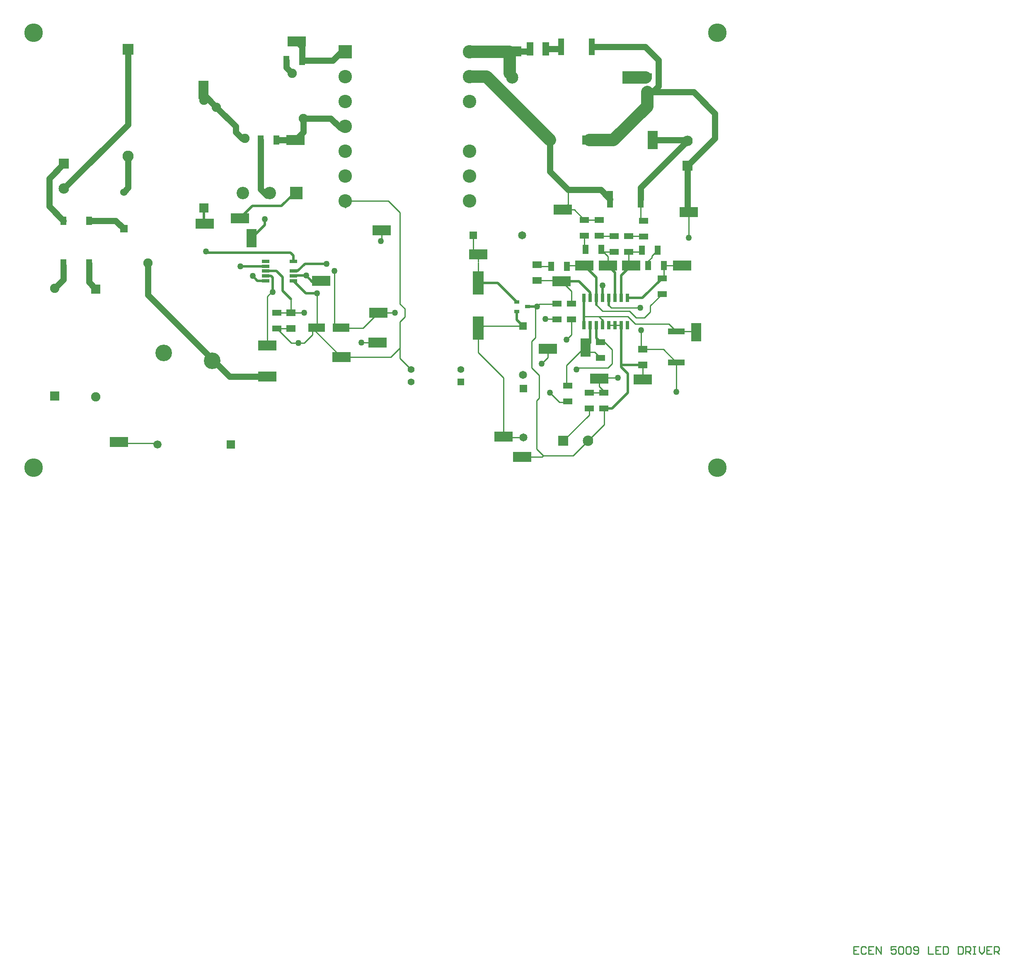
<source format=gtl>
G04*
G04 #@! TF.GenerationSoftware,Altium Limited,Altium Designer,18.1.7 (191)*
G04*
G04 Layer_Physical_Order=1*
G04 Layer_Color=204*
%FSLAX25Y25*%
%MOIN*%
G70*
G01*
G75*
%ADD11C,0.01000*%
%ADD22C,0.02000*%
%ADD24R,0.14961X0.07992*%
%ADD25R,0.05315X0.11024*%
%ADD26R,0.05118X0.13780*%
%ADD27R,0.07284X0.04921*%
%ADD28R,0.07992X0.14961*%
%ADD29R,0.04921X0.07284*%
%ADD30R,0.07480X0.05315*%
%ADD31R,0.03937X0.02559*%
%ADD32R,0.02559X0.06890*%
%ADD33R,0.13780X0.05118*%
%ADD34R,0.09055X0.19095*%
%ADD35R,0.13583X0.07087*%
%ADD36R,0.06496X0.02559*%
%ADD37R,0.05118X0.06693*%
%ADD62C,0.08400*%
%ADD63R,0.08400X0.08400*%
%ADD79C,0.05000*%
%ADD80C,0.10000*%
%ADD81C,0.06000*%
%ADD82R,0.06000X0.06000*%
%ADD83C,0.10827*%
%ADD84R,0.10827X0.10827*%
%ADD85C,0.13386*%
%ADD86C,0.05512*%
%ADD87R,0.05512X0.05512*%
%ADD88C,0.09843*%
%ADD89R,0.09843X0.09843*%
%ADD90C,0.07600*%
%ADD91R,0.07600X0.07600*%
%ADD92R,0.08400X0.08400*%
%ADD93C,0.06600*%
%ADD94R,0.06600X0.06600*%
%ADD95R,0.07500X0.07500*%
%ADD96C,0.07500*%
%ADD97C,0.09000*%
%ADD98R,0.09000X0.09000*%
%ADD99R,0.06496X0.06496*%
%ADD100C,0.06496*%
%ADD101R,0.06496X0.06496*%
%ADD102C,0.10039*%
%ADD103R,0.10039X0.10039*%
%ADD104C,0.14950*%
%ADD105C,0.05000*%
D11*
X550500Y288500D02*
X551000Y288000D01*
X552000Y210000D02*
X552000Y210000D01*
X552000Y210000D02*
Y230500D01*
X551000Y231500D02*
X552000Y230500D01*
X551000Y245500D02*
X551000Y245500D01*
X319500Y112925D02*
X328500Y103925D01*
X319500Y112925D02*
Y121327D01*
X517299Y339000D02*
X518299Y340000D01*
X428461Y152961D02*
X430000Y154500D01*
X431986Y156485D01*
X446426D01*
X415000Y33500D02*
X434000D01*
X422331Y154500D02*
X422831Y155000D01*
X471858Y117839D02*
Y121500D01*
X468901Y120638D02*
X469764Y121500D01*
X472179Y124778D02*
X472500Y125099D01*
X482500Y151000D02*
X504186D01*
X477500Y156000D02*
X482500Y151000D01*
X487500Y155500D02*
X489500Y153500D01*
X513000D01*
X504186Y151000D02*
X509686Y145500D01*
X268859Y137094D02*
X289953D01*
X217116Y166095D02*
X218359Y167337D01*
X162000Y221761D02*
X162505Y221256D01*
X271500Y238500D02*
X275902Y234098D01*
X249173Y137094D02*
X252858Y140779D01*
X249173Y137094D02*
X272268Y114000D01*
X319500Y156727D02*
Y230197D01*
Y156727D02*
X323413Y152814D01*
Y146186D02*
Y152814D01*
X319500Y142273D02*
X323413Y146186D01*
X319500Y121327D02*
Y142273D01*
X310197Y239500D02*
X319500Y230197D01*
X312173Y114000D02*
X319500Y121327D01*
X249304Y174295D02*
X256209D01*
X234827Y246000D02*
X236355D01*
X219216Y235480D02*
X219236Y235500D01*
X272500Y114000D02*
X312173D01*
X272268D02*
X272500D01*
X289953Y137094D02*
X302359Y149500D01*
X288500Y125500D02*
X294874D01*
X275500Y239500D02*
X310197D01*
X161500Y325500D02*
Y329000D01*
X378618Y200382D02*
X382500Y196500D01*
X378618Y200382D02*
Y211956D01*
X382500Y190594D02*
Y196500D01*
X232079Y149500D02*
X242500D01*
X232000Y149579D02*
X232079Y149500D01*
X249173Y131800D02*
Y137094D01*
X242728Y125354D02*
X249173Y131800D01*
X238071Y125354D02*
X242728D01*
X232126D02*
X238071D01*
X220500Y136980D02*
X232126Y125354D01*
X220500Y149579D02*
X232000D01*
X232000Y149579D02*
X232000Y149579D01*
X232000Y149579D02*
Y160500D01*
X220500Y136980D02*
X232000D01*
X162504Y198854D02*
X163701D01*
X302359Y149500D02*
X315413D01*
X95217Y44500D02*
X124445D01*
X266922Y139032D02*
Y183095D01*
X402776Y50000D02*
X403461Y49315D01*
X419000D01*
X383315Y135500D02*
X386815Y139000D01*
X402776Y50000D02*
Y97324D01*
X382500Y117600D02*
X402776Y97324D01*
X382500Y117600D02*
Y137390D01*
X436461Y144461D02*
X447000D01*
X304359Y207095D02*
X304858Y207594D01*
Y215956D01*
X450500Y232500D02*
X459799D01*
X468000Y224299D01*
X450500Y232500D02*
X455000Y237000D01*
Y248500D01*
X518500Y327201D02*
X523004D01*
X405650Y340000D02*
X408000Y342350D01*
X406250Y358250D02*
X407500Y359500D01*
X252858Y140779D02*
Y165421D01*
X453817Y77518D02*
X454500Y78201D01*
X448000Y77518D02*
X453817D01*
X440317Y85201D02*
X448000Y77518D01*
X434000Y33500D02*
X435000Y34500D01*
X453500Y107314D02*
X465843Y119657D01*
X467920D01*
X468901Y120638D01*
X453500Y91799D02*
X454500Y90799D01*
X468901Y120638D02*
Y121500D01*
X469764D02*
X471858D01*
X468901D02*
Y122142D01*
X453500Y91799D02*
Y107314D01*
X462740Y105240D02*
X486920D01*
X490142Y108462D01*
X461500Y104000D02*
X462740Y105240D01*
X453500Y128000D02*
X457500Y132000D01*
Y144201D01*
X449500Y175000D02*
X457500Y167000D01*
Y156799D02*
Y167000D01*
X509000Y140500D02*
X536044D01*
X503000Y146500D02*
X509000Y140500D01*
X479500Y146500D02*
X503000D01*
X513500Y121795D02*
Y135500D01*
X516314Y145500D02*
X521000Y150186D01*
X509686Y145500D02*
X516314D01*
X480526Y97219D02*
X494781D01*
X438500Y113500D02*
Y120500D01*
X433500Y108500D02*
X438500Y113500D01*
X425500Y126755D02*
X428461Y129715D01*
X425500Y105186D02*
Y126755D01*
Y105186D02*
X431433Y99253D01*
Y80974D02*
Y99253D01*
X429500Y79041D02*
X431433Y80974D01*
X429500Y40000D02*
Y79041D01*
X428461Y129715D02*
Y152961D01*
X382500Y173610D02*
Y190000D01*
X386815Y139000D02*
X418500D01*
X446426Y156485D02*
X447000Y157059D01*
X413500Y35000D02*
X415000Y33500D01*
X429500Y40000D02*
X435000Y34500D01*
X542000Y86000D02*
Y109740D01*
X479807Y96500D02*
X480526Y97219D01*
X490142Y108462D02*
Y119957D01*
X484300Y125799D02*
X490142Y119957D01*
X481000Y125799D02*
X484300D01*
X435000Y34500D02*
X459000D01*
X557456Y134544D02*
X558000Y134000D01*
X542000Y134544D02*
X557456D01*
X531446Y120295D02*
X542000Y109740D01*
X515000Y120295D02*
X531446D01*
X536044Y140500D02*
X542000Y134544D01*
X514803Y107500D02*
X515000Y107696D01*
X515000Y96000D02*
X515000Y96000D01*
Y107696D01*
X513500Y121795D02*
X515000Y120295D01*
X479500Y146500D02*
X482500Y143500D01*
X467500Y146500D02*
X479500D01*
X479807Y90193D02*
Y96500D01*
Y90193D02*
X483500Y86500D01*
Y85299D02*
Y86500D01*
X471858Y85299D02*
X483500D01*
X451000Y46500D02*
X471858Y67358D01*
Y72701D01*
X483500D02*
X484000Y72201D01*
Y59500D02*
Y72201D01*
X471000Y46500D02*
X484000Y59500D01*
X476362Y117839D02*
X481000Y113201D01*
X471858Y117839D02*
X476362D01*
X521000Y155201D02*
X530500Y164701D01*
X521000Y150186D02*
Y155201D01*
X532000Y187437D02*
X546499D01*
X532000Y178799D02*
Y187437D01*
X530500Y177299D02*
X532000Y178799D01*
X546499Y187437D02*
X546500Y187436D01*
X522161Y194080D02*
Y195362D01*
X519402Y191320D02*
X522161Y194080D01*
X459000Y34500D02*
X471000Y46500D01*
X492500Y139476D02*
X497500D01*
X487500D02*
X492500D01*
X448799Y175701D02*
X449500Y175000D01*
X430000Y175701D02*
X448799D01*
X430000Y188299D02*
X431299Y187000D01*
X441201D01*
X453799D02*
X454236Y187436D01*
X468000D01*
X522161Y195362D02*
X526799Y200000D01*
X519402Y187437D02*
Y191320D01*
X512902Y198701D02*
X514201Y200000D01*
X503500Y198701D02*
X512902D01*
X518480Y188358D02*
X519402Y187437D01*
X515201Y211299D02*
X515500Y211000D01*
X503500Y211299D02*
X515201D01*
X503500Y189500D02*
X505500Y187500D01*
X503500Y189500D02*
Y198701D01*
X483299D02*
X487000Y195000D01*
X481500Y200500D02*
X483299Y198701D01*
X487000Y187500D02*
Y195000D01*
X483299Y198701D02*
X492000D01*
X480209Y211299D02*
X492000D01*
X479807Y211701D02*
X480209Y211299D01*
X468000Y201402D02*
X468902Y200500D01*
X468000Y201402D02*
Y211701D01*
Y224299D02*
X479807D01*
X513402Y225697D02*
X515500Y223598D01*
X513402Y225697D02*
Y241000D01*
X447598Y362000D02*
X449098Y363500D01*
X422401Y360000D02*
X424402Y362000D01*
X212859Y162594D02*
X216737Y166473D01*
X199359Y210595D02*
X200358Y209595D01*
X212859Y125094D02*
Y162594D01*
X220299Y288500D02*
X220299Y288500D01*
X192500Y290000D02*
X195000D01*
X266922Y139032D02*
X268859Y137094D01*
X688499Y-360502D02*
X684500D01*
Y-366500D01*
X688499D01*
X684500Y-363501D02*
X686499D01*
X694497Y-361502D02*
X693497Y-360502D01*
X691498D01*
X690498Y-361502D01*
Y-365500D01*
X691498Y-366500D01*
X693497D01*
X694497Y-365500D01*
X700495Y-360502D02*
X696496D01*
Y-366500D01*
X700495D01*
X696496Y-363501D02*
X698495D01*
X702494Y-366500D02*
Y-360502D01*
X706493Y-366500D01*
Y-360502D01*
X718489D02*
X714490D01*
Y-363501D01*
X716490Y-362501D01*
X717489D01*
X718489Y-363501D01*
Y-365500D01*
X717489Y-366500D01*
X715490D01*
X714490Y-365500D01*
X720488Y-361502D02*
X721488Y-360502D01*
X723487D01*
X724487Y-361502D01*
Y-365500D01*
X723487Y-366500D01*
X721488D01*
X720488Y-365500D01*
Y-361502D01*
X726486D02*
X727486Y-360502D01*
X729486D01*
X730485Y-361502D01*
Y-365500D01*
X729486Y-366500D01*
X727486D01*
X726486Y-365500D01*
Y-361502D01*
X732484Y-365500D02*
X733484Y-366500D01*
X735484D01*
X736483Y-365500D01*
Y-361502D01*
X735484Y-360502D01*
X733484D01*
X732484Y-361502D01*
Y-362501D01*
X733484Y-363501D01*
X736483D01*
X744481Y-360502D02*
Y-366500D01*
X748479D01*
X754477Y-360502D02*
X750479D01*
Y-366500D01*
X754477D01*
X750479Y-363501D02*
X752478D01*
X756477Y-360502D02*
Y-366500D01*
X759476D01*
X760475Y-365500D01*
Y-361502D01*
X759476Y-360502D01*
X756477D01*
X768473D02*
Y-366500D01*
X771472D01*
X772472Y-365500D01*
Y-361502D01*
X771472Y-360502D01*
X768473D01*
X774471Y-366500D02*
Y-360502D01*
X777470D01*
X778470Y-361502D01*
Y-363501D01*
X777470Y-364501D01*
X774471D01*
X776470D02*
X778470Y-366500D01*
X780469Y-360502D02*
X782468D01*
X781469D01*
Y-366500D01*
X780469D01*
X782468D01*
X785467Y-360502D02*
Y-364501D01*
X787467Y-366500D01*
X789466Y-364501D01*
Y-360502D01*
X795464D02*
X791465D01*
Y-366500D01*
X795464D01*
X791465Y-363501D02*
X793465D01*
X797464Y-366500D02*
Y-360502D01*
X800463D01*
X801462Y-361502D01*
Y-363501D01*
X800463Y-364501D01*
X797464D01*
X799463D02*
X801462Y-366500D01*
D22*
X423331Y154500D02*
X430000D01*
X422831Y155000D02*
X423331Y154500D01*
X472500Y125099D02*
Y139476D01*
X487500Y155500D02*
Y161524D01*
X233981Y183095D02*
X237406D01*
X243311Y189000D01*
X225233Y167267D02*
Y178220D01*
X220359Y183095D02*
X225233Y178220D01*
X217116Y166095D02*
Y177852D01*
X162000Y221761D02*
Y234000D01*
X233981Y179441D02*
X244158D01*
X191252Y187031D02*
X211736D01*
X201158Y179095D02*
X205032Y175221D01*
X244158Y179441D02*
X249304Y174295D01*
X233981Y190969D02*
Y195484D01*
X231433Y198031D02*
X233981Y195484D01*
X163116Y198031D02*
X231433D01*
X224327Y235500D02*
X234827Y246000D01*
X219236Y235500D02*
X224327D01*
X201059Y235480D02*
X219216D01*
X191078Y225500D02*
X201059Y235480D01*
X200358Y209595D02*
X211035Y220272D01*
Y225000D01*
X243311Y189000D02*
X260500D01*
X225233Y167267D02*
X232000Y160500D01*
X233981Y175221D02*
X243780Y165421D01*
X215810Y179157D02*
X217116Y177852D01*
X211736Y179157D02*
X215810D01*
X243780Y165421D02*
X252858D01*
X211736Y183095D02*
X220359D01*
X502781Y85281D02*
Y100532D01*
X398299Y173610D02*
X413669Y158240D01*
X382500Y173610D02*
X398299D01*
X413669Y143831D02*
X418500Y139000D01*
X413669Y143831D02*
Y150760D01*
X490201Y72701D02*
X502781Y85281D01*
X497500Y105814D02*
X502781Y100532D01*
X497500Y105814D02*
Y107500D01*
Y139476D01*
X514724Y161524D02*
X530500Y177299D01*
X502500Y161524D02*
X514724D01*
X482500D02*
Y171563D01*
X492500Y161524D02*
Y181999D01*
X497500Y107500D02*
X514803D01*
X483500Y72701D02*
X490201D01*
X467500Y146500D02*
Y161524D01*
Y139476D02*
Y146500D01*
X482500Y139476D02*
Y143500D01*
X468901Y122142D02*
X471858Y125099D01*
X477500Y129299D02*
X481000Y125799D01*
X477500Y129299D02*
Y139476D01*
X497500Y179500D02*
X505500Y187500D01*
X497500Y161524D02*
Y179500D01*
X477500Y161524D02*
Y177936D01*
X487000Y187500D02*
X492500Y181999D01*
X468000Y187436D02*
X477500Y177936D01*
X472500Y161524D02*
Y166000D01*
X463500Y175000D02*
X472500Y166000D01*
X449500Y175000D02*
X463500D01*
X477500Y156000D02*
Y161524D01*
X205032Y175221D02*
X211736D01*
D24*
X162505Y221256D02*
D03*
X410000Y360000D02*
D03*
X552000Y230500D02*
D03*
X450500Y232500D02*
D03*
X546500Y187436D02*
D03*
X505500Y187500D02*
D03*
X487000Y187500D02*
D03*
X468000Y187436D02*
D03*
X449500Y175000D02*
D03*
X515000Y96000D02*
D03*
X438500Y120500D02*
D03*
X479807Y96500D02*
D03*
X93500Y45500D02*
D03*
X236500Y368000D02*
D03*
X235500Y288500D02*
D03*
X382500Y196500D02*
D03*
X304858Y215956D02*
D03*
X302359Y149500D02*
D03*
X212859Y98094D02*
D03*
X272500Y114000D02*
D03*
X301500Y125500D02*
D03*
X212844Y123094D02*
D03*
X191078Y225500D02*
D03*
X256209Y175221D02*
D03*
X402776Y50000D02*
D03*
X418000Y33500D02*
D03*
D25*
X424402Y362000D02*
D03*
X437000D02*
D03*
D26*
X473902Y363500D02*
D03*
X449098D02*
D03*
X513402Y241000D02*
D03*
X488598D02*
D03*
D27*
X518500Y327201D02*
D03*
Y339799D02*
D03*
X468000Y211701D02*
D03*
Y224299D02*
D03*
X479807Y211701D02*
D03*
Y224299D02*
D03*
X492000Y198701D02*
D03*
Y211299D02*
D03*
X503500Y198701D02*
D03*
Y211299D02*
D03*
X515500Y211000D02*
D03*
Y223598D02*
D03*
X530500Y177299D02*
D03*
Y164701D02*
D03*
X457500Y156799D02*
D03*
Y144201D02*
D03*
X481000Y125799D02*
D03*
Y113201D02*
D03*
X454500Y78201D02*
D03*
Y90799D02*
D03*
X471858Y72701D02*
D03*
Y85299D02*
D03*
X483500Y72701D02*
D03*
Y85299D02*
D03*
X220500Y136980D02*
D03*
Y149579D02*
D03*
X446000Y156799D02*
D03*
Y144201D02*
D03*
D28*
X522862Y288500D02*
D03*
X558000Y134000D02*
D03*
X468901Y121500D02*
D03*
X161500Y329000D02*
D03*
X200358Y209595D02*
D03*
D29*
X514201Y200000D02*
D03*
X526799D02*
D03*
X519402Y187437D02*
D03*
X532000D02*
D03*
X453799Y187000D02*
D03*
X441201D02*
D03*
X240799Y352500D02*
D03*
X228201D02*
D03*
X207701Y288500D02*
D03*
X220299D02*
D03*
X481500Y200500D02*
D03*
X468902D02*
D03*
D30*
X430000Y175701D02*
D03*
Y188299D02*
D03*
X515000Y120295D02*
D03*
Y107696D02*
D03*
X232000Y149579D02*
D03*
Y136980D02*
D03*
D31*
X422331Y154500D02*
D03*
X413669Y150760D02*
D03*
Y158240D02*
D03*
D32*
X502500Y161524D02*
D03*
X497500D02*
D03*
X492500D02*
D03*
X487500D02*
D03*
X482500D02*
D03*
X477500D02*
D03*
X472500D02*
D03*
X467500D02*
D03*
X502500Y139476D02*
D03*
X497500D02*
D03*
X492500D02*
D03*
X487500D02*
D03*
X482500D02*
D03*
X477500D02*
D03*
X472500D02*
D03*
X467500D02*
D03*
D33*
X542000Y134544D02*
D03*
Y109740D02*
D03*
D34*
X382500Y137390D02*
D03*
Y173610D02*
D03*
D35*
X272342Y137500D02*
D03*
X252658D02*
D03*
D36*
X211736Y190969D02*
D03*
Y187031D02*
D03*
Y183095D02*
D03*
Y179157D02*
D03*
Y175221D02*
D03*
X233981Y190969D02*
D03*
Y183095D02*
D03*
Y179157D02*
D03*
Y175221D02*
D03*
D37*
X69488Y189295D02*
D03*
X49016D02*
D03*
X69488Y223705D02*
D03*
X49016D02*
D03*
D62*
X49409Y249500D02*
D03*
X551000Y288000D02*
D03*
X471000Y46500D02*
D03*
D63*
X451000D02*
D03*
D79*
X522862Y288500D02*
X550500D01*
X551000Y231500D02*
Y245500D01*
X551000Y245500D02*
Y268000D01*
X517000Y363500D02*
X527642Y352858D01*
Y331839D02*
Y352858D01*
X117000Y163782D02*
X182687Y98094D01*
X49016Y176122D02*
Y187437D01*
X42000Y169106D02*
X49016Y176122D01*
X97500Y246681D02*
X101000Y250181D01*
Y275500D01*
X49409Y249500D02*
X101000Y301091D01*
Y339000D01*
X117000Y163782D02*
Y189500D01*
X69488Y174173D02*
X75000Y168661D01*
X69488Y174173D02*
Y189295D01*
X90949Y223705D02*
X97500Y217154D01*
X69488Y223705D02*
X90949D01*
X37500Y235221D02*
X49016Y223705D01*
X37500Y235221D02*
Y257591D01*
X49409Y269500D01*
X161500Y325500D02*
X172000Y315000D01*
X187500Y299500D01*
X182687Y98094D02*
X212859D01*
X240799Y352500D02*
Y363701D01*
X236500Y368000D02*
X240799Y363701D01*
X513402Y241000D02*
Y250402D01*
X551000Y288000D01*
X408000Y360000D02*
X422401D01*
X440236Y263263D02*
X455000Y248500D01*
X481099D02*
X488598Y241000D01*
X455000Y248500D02*
X481099D01*
X440236Y263263D02*
Y288500D01*
X573000Y290000D02*
Y310000D01*
X555799Y327201D02*
X573000Y310000D01*
X523004Y327201D02*
X555799D01*
X551000Y268000D02*
X573000Y290000D01*
X523004Y327201D02*
X527642Y331839D01*
X473902Y363500D02*
X517000D01*
X437000Y362000D02*
X447598D01*
X101000Y339000D02*
Y361500D01*
X207701Y248799D02*
X212500Y244000D01*
X207701Y248799D02*
Y288500D01*
X264000Y306000D02*
X271500Y298500D01*
X242000Y306000D02*
X264000D01*
X220299Y288500D02*
X235500D01*
X242000Y295000D01*
Y306000D01*
X265500Y352500D02*
X271500Y358500D01*
X240799Y352500D02*
X265500D01*
X228201Y346799D02*
Y352500D01*
Y346799D02*
X232902Y342098D01*
X187500Y295000D02*
X192500Y290000D01*
X187500Y295000D02*
Y299500D01*
D80*
X503701Y339000D02*
X517299D01*
X518500Y327201D02*
X518501Y315596D01*
X491411Y288500D02*
X518501Y315596D01*
X472000Y288500D02*
X491411D01*
X406250Y358250D02*
X408000Y356500D01*
Y342350D02*
Y356500D01*
X375500Y339500D02*
X389236D01*
X440236Y288500D01*
X375500Y359500D02*
X407500D01*
D81*
X97500Y246681D02*
D03*
D82*
Y217154D02*
D03*
D83*
X375500Y239500D02*
D03*
Y259500D02*
D03*
Y279500D02*
D03*
Y319500D02*
D03*
Y339500D02*
D03*
Y359500D02*
D03*
D03*
X275500Y239500D02*
D03*
Y259500D02*
D03*
Y279500D02*
D03*
Y299500D02*
D03*
Y319500D02*
D03*
Y339500D02*
D03*
D84*
Y359500D02*
D03*
D85*
X168431Y110850D02*
D03*
X129569Y117150D02*
D03*
D86*
X328500Y93925D02*
D03*
Y103925D02*
D03*
X368500D02*
D03*
D87*
Y93925D02*
D03*
D88*
X410000Y339000D02*
D03*
D89*
X503701D02*
D03*
D90*
X440236Y288500D02*
D03*
D91*
X469764D02*
D03*
D92*
X551000Y268000D02*
D03*
X49409Y269500D02*
D03*
D93*
X124472Y43500D02*
D03*
D94*
X183528D02*
D03*
D95*
X42000Y82492D02*
D03*
X75000Y168661D02*
D03*
X162000Y234000D02*
D03*
D96*
X42000Y169106D02*
D03*
X75000Y82047D02*
D03*
X162000Y320614D02*
D03*
X117000Y189500D02*
D03*
X172000Y315000D02*
D03*
X242000Y306000D02*
D03*
X232902Y342098D02*
D03*
X195000Y290000D02*
D03*
D97*
X101000Y275500D02*
D03*
D98*
Y361500D02*
D03*
D99*
X418500Y139000D02*
D03*
X419000Y88685D02*
D03*
D100*
X418500Y99630D02*
D03*
X417988Y211956D02*
D03*
X419000Y49315D02*
D03*
D101*
X378618Y211956D02*
D03*
D102*
X193362Y246000D02*
D03*
X214859D02*
D03*
D103*
X236355D02*
D03*
D104*
X575000Y25000D02*
D03*
Y375000D02*
D03*
X25000Y25000D02*
D03*
Y375000D02*
D03*
D105*
X552000Y210000D02*
D03*
X430000Y154500D02*
D03*
X513000Y153500D02*
D03*
X217116Y166095D02*
D03*
X191252Y187031D02*
D03*
X201158Y179095D02*
D03*
X211035Y225000D02*
D03*
X260500Y189000D02*
D03*
X244158Y179441D02*
D03*
X288500Y125500D02*
D03*
X242500Y149500D02*
D03*
X163701Y198854D02*
D03*
X315413Y149500D02*
D03*
X266922Y183095D02*
D03*
X238071Y125354D02*
D03*
X252858Y165421D02*
D03*
X461500Y104000D02*
D03*
X453500Y128000D02*
D03*
X513500Y135500D02*
D03*
X494781Y97219D02*
D03*
X433500Y108500D02*
D03*
X436461Y144461D02*
D03*
X440317Y85201D02*
D03*
X542000Y86000D02*
D03*
X482500Y171563D02*
D03*
X304359Y207095D02*
D03*
M02*

</source>
